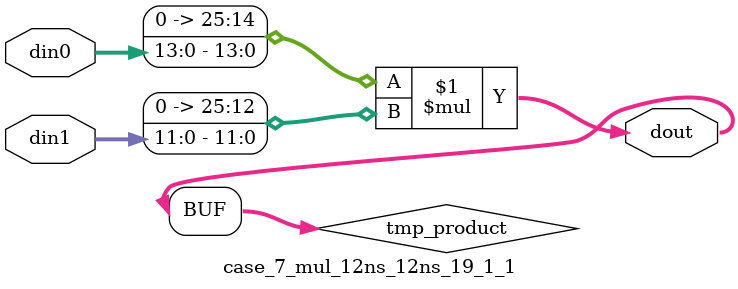
<source format=v>

`timescale 1 ns / 1 ps

 (* use_dsp = "no" *)  module case_7_mul_12ns_12ns_19_1_1(din0, din1, dout);
parameter ID = 1;
parameter NUM_STAGE = 0;
parameter din0_WIDTH = 14;
parameter din1_WIDTH = 12;
parameter dout_WIDTH = 26;

input [din0_WIDTH - 1 : 0] din0; 
input [din1_WIDTH - 1 : 0] din1; 
output [dout_WIDTH - 1 : 0] dout;

wire signed [dout_WIDTH - 1 : 0] tmp_product;
























assign tmp_product = $signed({1'b0, din0}) * $signed({1'b0, din1});











assign dout = tmp_product;





















endmodule

</source>
